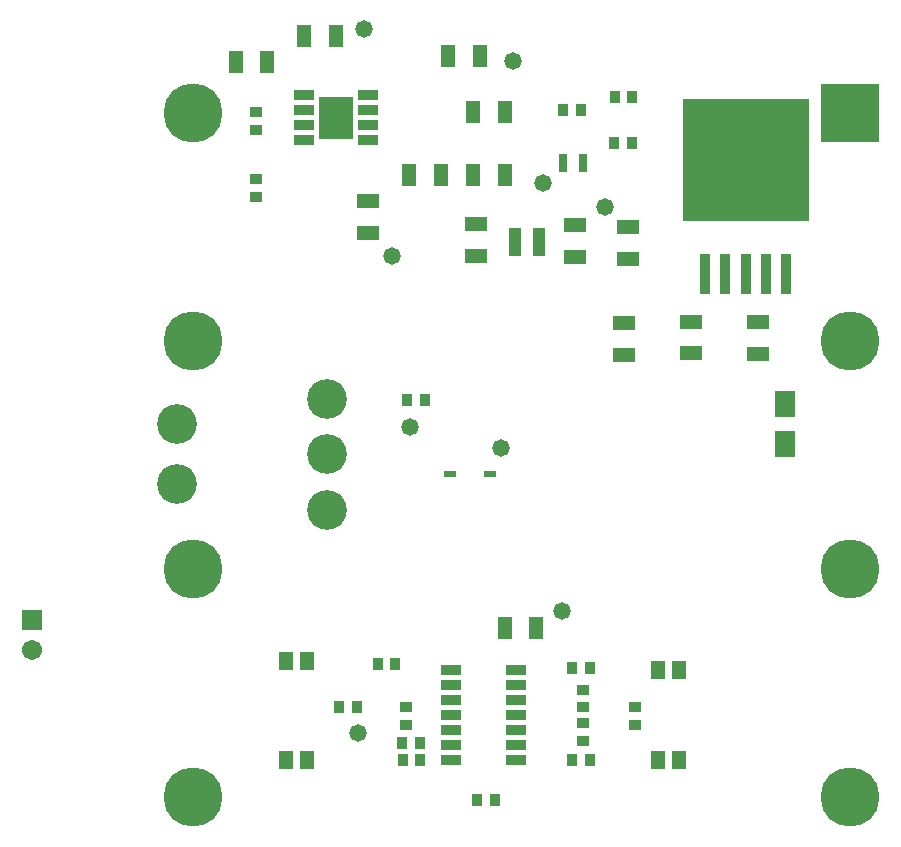
<source format=gts>
G04*
G04 #@! TF.GenerationSoftware,Altium Limited,Altium Designer,22.2.1 (43)*
G04*
G04 Layer_Color=8388736*
%FSLAX25Y25*%
%MOIN*%
G70*
G04*
G04 #@! TF.SameCoordinates,1B490597-E986-4BE8-99EB-E72609ADCA5A*
G04*
G04*
G04 #@! TF.FilePolarity,Negative*
G04*
G01*
G75*
%ADD16R,0.42200X0.40800*%
%ADD17R,0.03800X0.13800*%
%ADD25R,0.04375X0.02365*%
%ADD26R,0.06500X0.08600*%
%ADD29R,0.07493X0.05131*%
%ADD30R,0.04343X0.03556*%
%ADD31R,0.04147X0.09461*%
%ADD32R,0.02670X0.01981*%
%ADD33R,0.06804X0.03359*%
%ADD34R,0.11469X0.14186*%
%ADD35R,0.05131X0.07493*%
%ADD36R,0.03556X0.04343*%
%ADD37R,0.04737X0.06312*%
%ADD38R,0.06902X0.03359*%
%ADD39C,0.13202*%
%ADD40R,0.19698X0.19698*%
%ADD41C,0.19698*%
%ADD42C,0.06706*%
%ADD43R,0.06706X0.06706*%
%ADD44C,0.05800*%
D16*
X246700Y-72800D02*
D03*
D17*
X260086Y-110800D02*
D03*
X253393D02*
D03*
X246700D02*
D03*
X240007D02*
D03*
X233314D02*
D03*
D25*
X161691Y-177400D02*
D03*
X148109D02*
D03*
D26*
X259800Y-153900D02*
D03*
Y-167300D02*
D03*
D29*
X206300Y-137630D02*
D03*
Y-127000D02*
D03*
X228400Y-126500D02*
D03*
Y-137130D02*
D03*
X250900Y-137415D02*
D03*
Y-126785D02*
D03*
X120977Y-97015D02*
D03*
Y-86385D02*
D03*
X207600Y-105515D02*
D03*
Y-94885D02*
D03*
X190000Y-104915D02*
D03*
Y-94285D02*
D03*
X156700Y-94085D02*
D03*
Y-104715D02*
D03*
D30*
X83400Y-56700D02*
D03*
Y-62606D02*
D03*
X83400Y-79094D02*
D03*
Y-85000D02*
D03*
X133500Y-261011D02*
D03*
Y-255105D02*
D03*
X192400Y-260447D02*
D03*
Y-266353D02*
D03*
X210000Y-255105D02*
D03*
Y-261011D02*
D03*
X192500Y-255105D02*
D03*
Y-249200D02*
D03*
D31*
X169765Y-100100D02*
D03*
X177835D02*
D03*
D32*
X185900Y-71800D02*
D03*
Y-73769D02*
D03*
Y-75737D02*
D03*
X192498D02*
D03*
Y-73769D02*
D03*
Y-71800D02*
D03*
D33*
X120977Y-66100D02*
D03*
Y-61100D02*
D03*
Y-56100D02*
D03*
Y-51100D02*
D03*
X99623D02*
D03*
Y-56100D02*
D03*
Y-61100D02*
D03*
Y-66100D02*
D03*
D34*
X110300Y-58600D02*
D03*
D35*
X87330Y-40000D02*
D03*
X76700D02*
D03*
X158215Y-38000D02*
D03*
X147585D02*
D03*
X110300Y-31200D02*
D03*
X99670D02*
D03*
X134685Y-77600D02*
D03*
X145315D02*
D03*
X155785D02*
D03*
X166415D02*
D03*
X177000Y-228600D02*
D03*
X166370D02*
D03*
X166415Y-56700D02*
D03*
X155785D02*
D03*
D36*
X185847Y-56100D02*
D03*
X191753D02*
D03*
X203047Y-51700D02*
D03*
X208953D02*
D03*
X208906Y-66900D02*
D03*
X203000D02*
D03*
X194905Y-241900D02*
D03*
X189000D02*
D03*
X124047Y-240700D02*
D03*
X129953D02*
D03*
X194905Y-272500D02*
D03*
X189000D02*
D03*
X132395D02*
D03*
X138300D02*
D03*
X139753Y-152500D02*
D03*
X133847D02*
D03*
X138153Y-266900D02*
D03*
X132247D02*
D03*
X117100Y-255105D02*
D03*
X111195D02*
D03*
X163206Y-286100D02*
D03*
X157300D02*
D03*
D37*
X217557Y-242500D02*
D03*
X224643D02*
D03*
X100543Y-239600D02*
D03*
X93457D02*
D03*
X217557Y-272500D02*
D03*
X224643D02*
D03*
X100543D02*
D03*
X93457D02*
D03*
D38*
X148600Y-242500D02*
D03*
Y-247500D02*
D03*
Y-252500D02*
D03*
Y-257500D02*
D03*
Y-262500D02*
D03*
Y-267500D02*
D03*
Y-272500D02*
D03*
X170057D02*
D03*
Y-267500D02*
D03*
Y-262500D02*
D03*
Y-257500D02*
D03*
Y-252500D02*
D03*
Y-247500D02*
D03*
Y-242500D02*
D03*
D39*
X107100Y-189204D02*
D03*
Y-170700D02*
D03*
Y-152196D02*
D03*
X57100Y-180700D02*
D03*
Y-160700D02*
D03*
D40*
X281500Y-57131D02*
D03*
D41*
Y-133116D02*
D03*
Y-209100D02*
D03*
Y-285084D02*
D03*
X62563D02*
D03*
Y-209100D02*
D03*
Y-133116D02*
D03*
Y-57131D02*
D03*
D42*
X8700Y-236000D02*
D03*
D43*
Y-226000D02*
D03*
D44*
X165100Y-168800D02*
D03*
X169200Y-39700D02*
D03*
X119400Y-29000D02*
D03*
X200000Y-88200D02*
D03*
X179300Y-80400D02*
D03*
X128900Y-104500D02*
D03*
X117600Y-263800D02*
D03*
X135000Y-161800D02*
D03*
X185500Y-223100D02*
D03*
M02*

</source>
